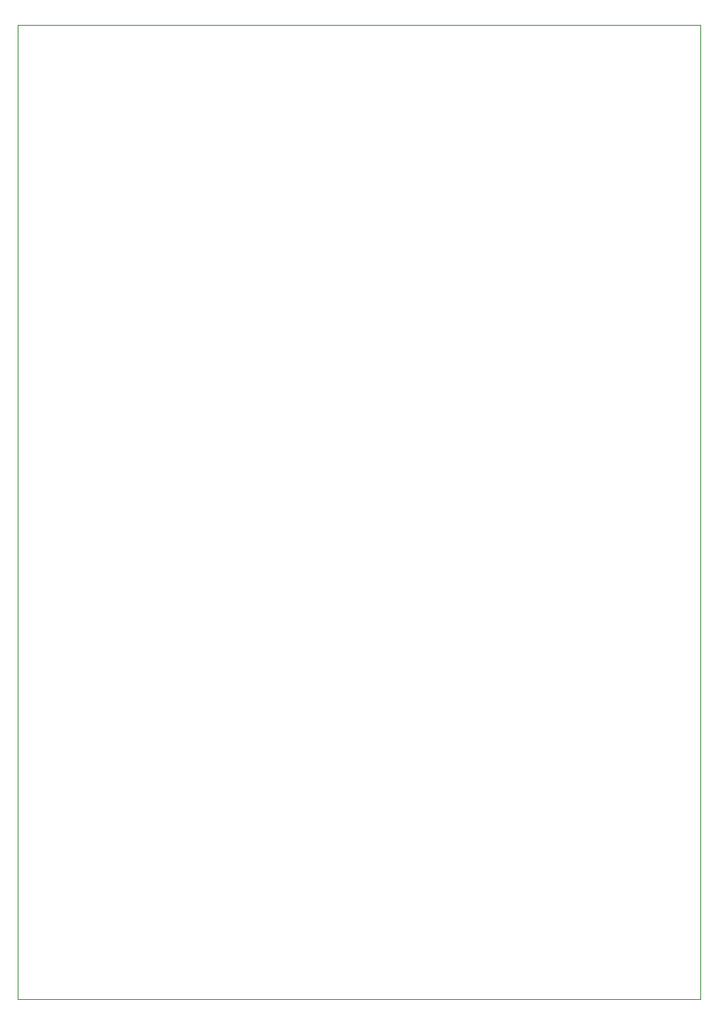
<source format=gbr>
%TF.GenerationSoftware,KiCad,Pcbnew,8.0.4*%
%TF.CreationDate,2025-01-05T13:35:29+05:30*%
%TF.ProjectId,Driver Circuit Combined - V1,44726976-6572-4204-9369-726375697420,rev?*%
%TF.SameCoordinates,Original*%
%TF.FileFunction,Profile,NP*%
%FSLAX46Y46*%
G04 Gerber Fmt 4.6, Leading zero omitted, Abs format (unit mm)*
G04 Created by KiCad (PCBNEW 8.0.4) date 2025-01-05 13:35:29*
%MOMM*%
%LPD*%
G01*
G04 APERTURE LIST*
%TA.AperFunction,Profile*%
%ADD10C,0.050000*%
%TD*%
G04 APERTURE END LIST*
D10*
X127668000Y-82626000D02*
X199698000Y-82626000D01*
X199698000Y-185296000D01*
X127668000Y-185296000D01*
X127668000Y-82626000D01*
M02*

</source>
